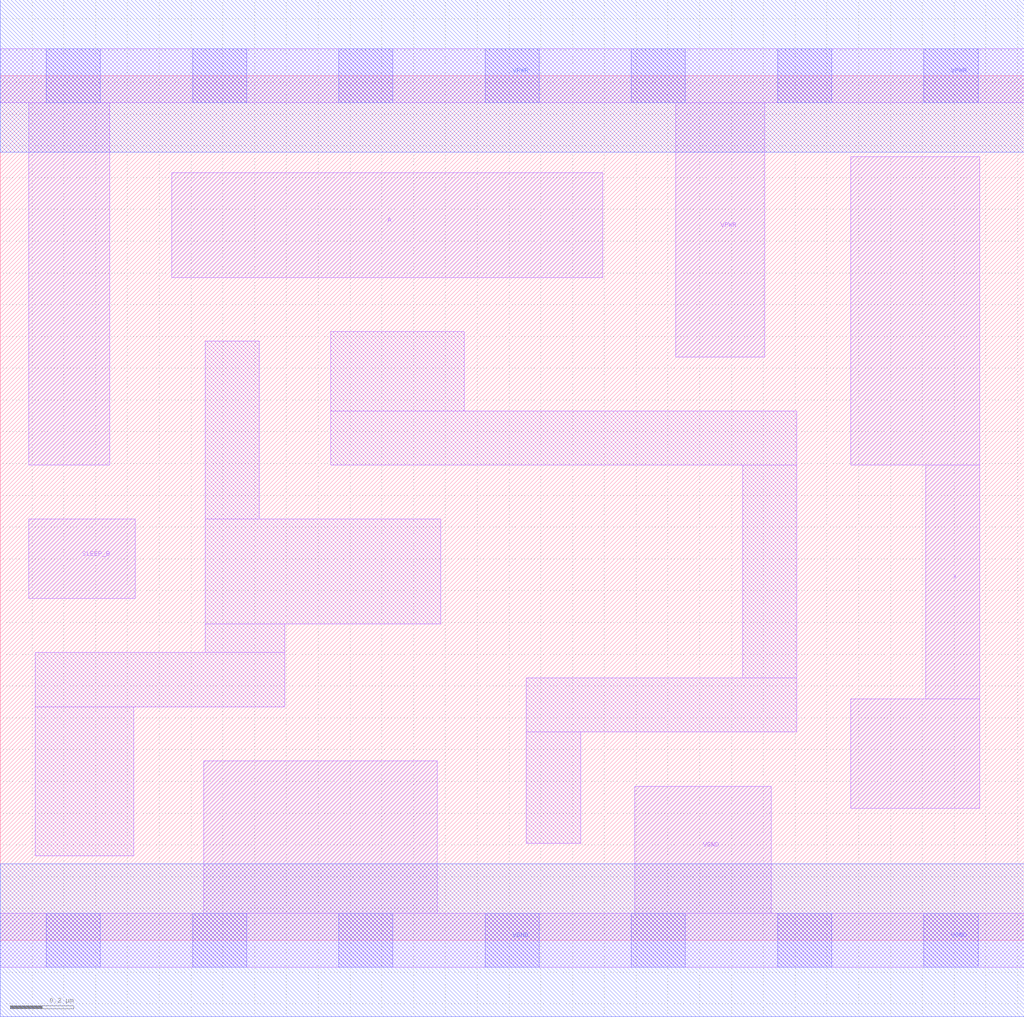
<source format=lef>
# Copyright 2020 The SkyWater PDK Authors
#
# Licensed under the Apache License, Version 2.0 (the "License");
# you may not use this file except in compliance with the License.
# You may obtain a copy of the License at
#
#     https://www.apache.org/licenses/LICENSE-2.0
#
# Unless required by applicable law or agreed to in writing, software
# distributed under the License is distributed on an "AS IS" BASIS,
# WITHOUT WARRANTIES OR CONDITIONS OF ANY KIND, either express or implied.
# See the License for the specific language governing permissions and
# limitations under the License.
#
# SPDX-License-Identifier: Apache-2.0

VERSION 5.7 ;
  NAMESCASESENSITIVE ON ;
  NOWIREEXTENSIONATPIN ON ;
  DIVIDERCHAR "/" ;
  BUSBITCHARS "[]" ;
UNITS
  DATABASE MICRONS 200 ;
END UNITS
PROPERTYDEFINITIONS
  MACRO maskLayoutSubType STRING ;
  MACRO prCellType STRING ;
  MACRO originalViewName STRING ;
END PROPERTYDEFINITIONS
MACRO sky130_fd_sc_hdll__inputiso1n_1
  CLASS CORE ;
  FOREIGN sky130_fd_sc_hdll__inputiso1n_1 ;
  ORIGIN  0.000000  0.000000 ;
  SIZE  3.220000 BY  2.720000 ;
  SYMMETRY X Y R90 ;
  SITE unithd ;
  PIN A
    ANTENNAGATEAREA  0.138600 ;
    DIRECTION INPUT ;
    USE SIGNAL ;
    PORT
      LAYER li1 ;
        RECT 0.540000 2.085000 1.895000 2.415000 ;
    END
  END A
  PIN SLEEP_B
    ANTENNAGATEAREA  0.138600 ;
    DIRECTION INPUT ;
    USE SIGNAL ;
    PORT
      LAYER li1 ;
        RECT 0.090000 1.075000 0.425000 1.325000 ;
    END
  END SLEEP_B
  PIN VGND
    ANTENNADIFFAREA  0.597450 ;
    DIRECTION INOUT ;
    USE SIGNAL ;
    PORT
      LAYER li1 ;
        RECT 0.000000 -0.085000 3.220000 0.085000 ;
        RECT 0.640000  0.085000 1.375000 0.565000 ;
        RECT 1.995000  0.085000 2.425000 0.485000 ;
      LAYER mcon ;
        RECT 0.145000 -0.085000 0.315000 0.085000 ;
        RECT 0.605000 -0.085000 0.775000 0.085000 ;
        RECT 1.065000 -0.085000 1.235000 0.085000 ;
        RECT 1.525000 -0.085000 1.695000 0.085000 ;
        RECT 1.985000 -0.085000 2.155000 0.085000 ;
        RECT 2.445000 -0.085000 2.615000 0.085000 ;
        RECT 2.905000 -0.085000 3.075000 0.085000 ;
      LAYER met1 ;
        RECT 0.000000 -0.240000 3.220000 0.240000 ;
    END
  END VGND
  PIN VPWR
    ANTENNADIFFAREA  0.424100 ;
    DIRECTION INOUT ;
    USE SIGNAL ;
    PORT
      LAYER li1 ;
        RECT 0.000000 2.635000 3.220000 2.805000 ;
        RECT 0.090000 1.495000 0.345000 2.635000 ;
        RECT 2.125000 1.835000 2.405000 2.635000 ;
      LAYER mcon ;
        RECT 0.145000 2.635000 0.315000 2.805000 ;
        RECT 0.605000 2.635000 0.775000 2.805000 ;
        RECT 1.065000 2.635000 1.235000 2.805000 ;
        RECT 1.525000 2.635000 1.695000 2.805000 ;
        RECT 1.985000 2.635000 2.155000 2.805000 ;
        RECT 2.445000 2.635000 2.615000 2.805000 ;
        RECT 2.905000 2.635000 3.075000 2.805000 ;
      LAYER met1 ;
        RECT 0.000000 2.480000 3.220000 2.960000 ;
    END
  END VPWR
  PIN X
    ANTENNADIFFAREA  0.472000 ;
    DIRECTION OUTPUT ;
    USE SIGNAL ;
    PORT
      LAYER li1 ;
        RECT 2.675000 0.415000 3.080000 0.760000 ;
        RECT 2.675000 1.495000 3.080000 2.465000 ;
        RECT 2.910000 0.760000 3.080000 1.495000 ;
    END
  END X
  OBS
    LAYER li1 ;
      RECT 0.110000 0.265000 0.420000 0.735000 ;
      RECT 0.110000 0.735000 0.895000 0.905000 ;
      RECT 0.645000 0.905000 0.895000 0.995000 ;
      RECT 0.645000 0.995000 1.385000 1.325000 ;
      RECT 0.645000 1.325000 0.815000 1.885000 ;
      RECT 1.040000 1.495000 2.505000 1.665000 ;
      RECT 1.040000 1.665000 1.460000 1.915000 ;
      RECT 1.655000 0.305000 1.825000 0.655000 ;
      RECT 1.655000 0.655000 2.505000 0.825000 ;
      RECT 2.335000 0.825000 2.505000 1.495000 ;
  END
  PROPERTY maskLayoutSubType "abstract" ;
  PROPERTY prCellType "standard" ;
  PROPERTY originalViewName "layout" ;
END sky130_fd_sc_hdll__inputiso1n_1

</source>
